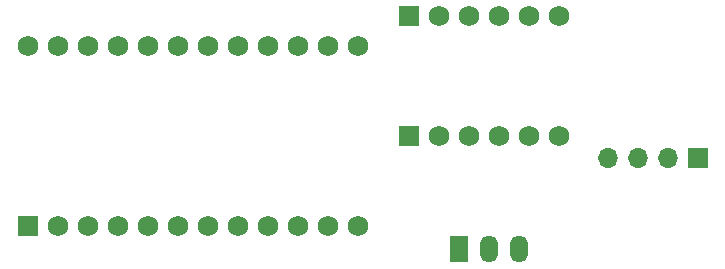
<source format=gbr>
%TF.GenerationSoftware,KiCad,Pcbnew,8.0.3*%
%TF.CreationDate,2024-07-14T23:37:16-05:00*%
%TF.ProjectId,3.3v Pro Micro Long,332e3376-2050-4726-9f20-4d6963726f20,rev?*%
%TF.SameCoordinates,Original*%
%TF.FileFunction,Soldermask,Top*%
%TF.FilePolarity,Negative*%
%FSLAX46Y46*%
G04 Gerber Fmt 4.6, Leading zero omitted, Abs format (unit mm)*
G04 Created by KiCad (PCBNEW 8.0.3) date 2024-07-14 23:37:16*
%MOMM*%
%LPD*%
G01*
G04 APERTURE LIST*
G04 Aperture macros list*
%AMRoundRect*
0 Rectangle with rounded corners*
0 $1 Rounding radius*
0 $2 $3 $4 $5 $6 $7 $8 $9 X,Y pos of 4 corners*
0 Add a 4 corners polygon primitive as box body*
4,1,4,$2,$3,$4,$5,$6,$7,$8,$9,$2,$3,0*
0 Add four circle primitives for the rounded corners*
1,1,$1+$1,$2,$3*
1,1,$1+$1,$4,$5*
1,1,$1+$1,$6,$7*
1,1,$1+$1,$8,$9*
0 Add four rect primitives between the rounded corners*
20,1,$1+$1,$2,$3,$4,$5,0*
20,1,$1+$1,$4,$5,$6,$7,0*
20,1,$1+$1,$6,$7,$8,$9,0*
20,1,$1+$1,$8,$9,$2,$3,0*%
G04 Aperture macros list end*
%ADD10C,1.728000*%
%ADD11RoundRect,0.102000X0.762000X-0.762000X0.762000X0.762000X-0.762000X0.762000X-0.762000X-0.762000X0*%
%ADD12R,1.700000X1.700000*%
%ADD13O,1.700000X1.700000*%
%ADD14R,1.752600X1.752600*%
%ADD15C,1.752600*%
%ADD16R,1.500000X2.300000*%
%ADD17O,1.500000X2.300000*%
G04 APERTURE END LIST*
D10*
%TO.C,U3*%
X168460000Y-81500000D03*
X168460000Y-91660000D03*
X165920000Y-81500000D03*
D11*
X160840000Y-81500000D03*
D10*
X163380000Y-81500000D03*
X171000000Y-81500000D03*
X173540000Y-81500000D03*
X165920000Y-91660000D03*
D11*
X160840000Y-91660000D03*
D10*
X163380000Y-91660000D03*
X171000000Y-91660000D03*
X173540000Y-91660000D03*
%TD*%
D12*
%TO.C,J1*%
X185300000Y-93500000D03*
D13*
X182760000Y-93500000D03*
X180220000Y-93500000D03*
X177680000Y-93500000D03*
%TD*%
D14*
%TO.C,U2*%
X128530000Y-99240000D03*
D15*
X131070000Y-99240000D03*
X133610000Y-99240000D03*
X136150000Y-99240000D03*
X138690000Y-99240000D03*
X141230000Y-99240000D03*
X143770000Y-99240000D03*
X146310000Y-99240000D03*
X148850000Y-99240000D03*
X151390000Y-99240000D03*
X153930000Y-99240000D03*
X156470000Y-99240000D03*
X156470000Y-84000000D03*
X153930000Y-84000000D03*
X151390000Y-84000000D03*
X148850000Y-84000000D03*
X146310000Y-84000000D03*
X143770000Y-84000000D03*
X141230000Y-84000000D03*
X138690000Y-84000000D03*
X136150000Y-84000000D03*
X133610000Y-84000000D03*
X131070000Y-84000000D03*
X128530000Y-84000000D03*
%TD*%
D16*
%TO.C,U4*%
X165053000Y-101207500D03*
D17*
X167593000Y-101207500D03*
X170133000Y-101207500D03*
%TD*%
M02*

</source>
